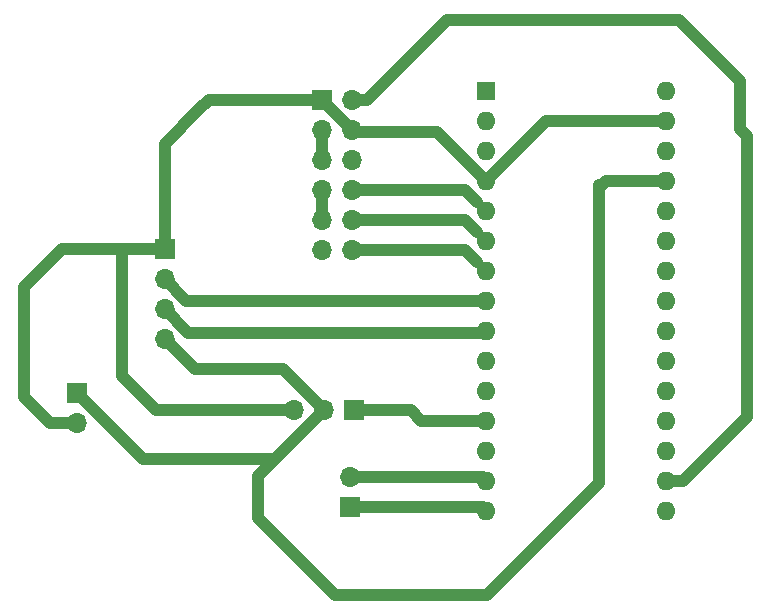
<source format=gbr>
%TF.GenerationSoftware,KiCad,Pcbnew,8.0.1*%
%TF.CreationDate,2024-06-23T19:51:28-03:00*%
%TF.ProjectId,DogFood,446f6746-6f6f-4642-9e6b-696361645f70,rev?*%
%TF.SameCoordinates,Original*%
%TF.FileFunction,Copper,L1,Top*%
%TF.FilePolarity,Positive*%
%FSLAX46Y46*%
G04 Gerber Fmt 4.6, Leading zero omitted, Abs format (unit mm)*
G04 Created by KiCad (PCBNEW 8.0.1) date 2024-06-23 19:51:28*
%MOMM*%
%LPD*%
G01*
G04 APERTURE LIST*
%TA.AperFunction,ComponentPad*%
%ADD10R,1.600000X1.600000*%
%TD*%
%TA.AperFunction,ComponentPad*%
%ADD11O,1.600000X1.600000*%
%TD*%
%TA.AperFunction,ComponentPad*%
%ADD12O,1.700000X1.700000*%
%TD*%
%TA.AperFunction,ComponentPad*%
%ADD13R,1.700000X1.700000*%
%TD*%
%TA.AperFunction,Conductor*%
%ADD14C,1.000000*%
%TD*%
G04 APERTURE END LIST*
D10*
%TO.P,A1,1,D1/TX*%
%TO.N,N/C*%
X101600000Y-71720000D03*
D11*
%TO.P,A1,2,D0/RX*%
%TO.N,unconnected-(A1-D0{slash}RX-Pad2)*%
X101600000Y-74260000D03*
%TO.P,A1,3,~{RESET}*%
%TO.N,unconnected-(A1-~{RESET}-Pad3)*%
X101600000Y-76800000D03*
%TO.P,A1,4,GND*%
%TO.N,Net-(J1-Pin_b2)*%
X101600000Y-79340000D03*
%TO.P,A1,5,D2*%
%TO.N,Net-(A1-D2)*%
X101600000Y-81880000D03*
%TO.P,A1,6,D3*%
%TO.N,Net-(A1-D3)*%
X101600000Y-84420000D03*
%TO.P,A1,7,D4*%
%TO.N,Net-(A1-D4)*%
X101600000Y-86960000D03*
%TO.P,A1,8,D5*%
%TO.N,Net-(A1-D5)*%
X101600000Y-89500000D03*
%TO.P,A1,9,D6*%
%TO.N,Net-(A1-D6)*%
X101600000Y-92040000D03*
%TO.P,A1,10,D7*%
%TO.N,unconnected-(A1-D7-Pad10)*%
X101600000Y-94580000D03*
%TO.P,A1,11,D8*%
%TO.N,unconnected-(A1-D8-Pad11)*%
X101600000Y-97120000D03*
%TO.P,A1,12,D9*%
%TO.N,Net-(A1-D9)*%
X101600000Y-99660000D03*
%TO.P,A1,13,D10*%
%TO.N,unconnected-(A1-D10-Pad13)*%
X101600000Y-102200000D03*
%TO.P,A1,14,D11*%
%TO.N,Net-(A1-D11)*%
X101600000Y-104740000D03*
%TO.P,A1,15,D12*%
%TO.N,Net-(A1-D12)*%
X101600000Y-107280000D03*
%TO.P,A1,16,D13*%
%TO.N,unconnected-(A1-D13-Pad16)*%
X116840000Y-107280000D03*
%TO.P,A1,17,3V3*%
%TO.N,Net-(A1-3V3)*%
X116840000Y-104740000D03*
%TO.P,A1,18,AREF*%
%TO.N,unconnected-(A1-AREF-Pad18)*%
X116840000Y-102200000D03*
%TO.P,A1,19,A0*%
%TO.N,unconnected-(A1-A0-Pad19)*%
X116840000Y-99660000D03*
%TO.P,A1,20,A1*%
%TO.N,unconnected-(A1-A1-Pad20)*%
X116840000Y-97120000D03*
%TO.P,A1,21,A2*%
%TO.N,unconnected-(A1-A2-Pad21)*%
X116840000Y-94580000D03*
%TO.P,A1,22,A3*%
%TO.N,unconnected-(A1-A3-Pad22)*%
X116840000Y-92040000D03*
%TO.P,A1,23,A4*%
%TO.N,unconnected-(A1-A4-Pad23)*%
X116840000Y-89500000D03*
%TO.P,A1,24,A5*%
%TO.N,unconnected-(A1-A5-Pad24)*%
X116840000Y-86960000D03*
%TO.P,A1,25,A6*%
%TO.N,unconnected-(A1-A6-Pad25)*%
X116840000Y-84420000D03*
%TO.P,A1,26,A7*%
%TO.N,unconnected-(A1-A7-Pad26)*%
X116840000Y-81880000D03*
%TO.P,A1,27,+5V*%
%TO.N,Net-(A1-+5V)*%
X116840000Y-79340000D03*
%TO.P,A1,28,~{RESET}*%
%TO.N,unconnected-(A1-~{RESET}-Pad28)*%
X116840000Y-76800000D03*
%TO.P,A1,29,GND*%
%TO.N,Net-(J1-Pin_b2)*%
X116840000Y-74260000D03*
%TO.P,A1,30,VIN*%
%TO.N,unconnected-(A1-VIN-Pad30)*%
X116840000Y-71720000D03*
%TD*%
D12*
%TO.P,J6,2,Pin_2*%
%TO.N,Net-(J1-Pin_b2)*%
X66954400Y-99867800D03*
D13*
%TO.P,J6,1,Pin_1*%
%TO.N,Net-(A1-+5V)*%
X66954400Y-97327800D03*
%TD*%
%TO.P,J5,1,Pin_1*%
%TO.N,Net-(A1-D12)*%
X90068400Y-106989800D03*
D12*
%TO.P,J5,2,Pin_2*%
%TO.N,Net-(A1-D11)*%
X90068400Y-104449800D03*
%TD*%
D13*
%TO.P,J4,1,Pin_1*%
%TO.N,Net-(A1-D9)*%
X90373200Y-98755200D03*
D12*
%TO.P,J4,2,Pin_2*%
%TO.N,Net-(A1-+5V)*%
X87833200Y-98755200D03*
%TO.P,J4,3,Pin_3*%
%TO.N,Net-(J1-Pin_b2)*%
X85293200Y-98755200D03*
%TD*%
%TO.P,J2,4,Pin_4*%
%TO.N,Net-(A1-+5V)*%
X74371200Y-92760800D03*
%TO.P,J2,3,Pin_3*%
%TO.N,Net-(A1-D6)*%
X74371200Y-90220800D03*
%TO.P,J2,2,Pin_2*%
%TO.N,Net-(A1-D5)*%
X74371200Y-87680800D03*
D13*
%TO.P,J2,1,Pin_1*%
%TO.N,Net-(J1-Pin_b2)*%
X74371200Y-85140800D03*
%TD*%
%TO.P,J1,1*%
%TO.N,Net-(J1-Pin_b2)*%
X87680800Y-72491600D03*
D12*
%TO.P,J1,2*%
%TO.N,Net-(A1-3V3)*%
X90220800Y-72491600D03*
%TO.P,J1,3*%
%TO.N,N/C*%
X87680800Y-75031600D03*
%TO.P,J1,4*%
%TO.N,Net-(J1-Pin_b2)*%
X90220800Y-75031600D03*
%TO.P,J1,5*%
%TO.N,N/C*%
X87680800Y-77571600D03*
%TO.P,J1,6*%
X90220800Y-77571600D03*
%TO.P,J1,7*%
X87680800Y-80111600D03*
%TO.P,J1,8*%
X90220800Y-80111600D03*
%TO.P,J1,9*%
X87680800Y-82651600D03*
%TO.P,J1,10*%
X90220800Y-82651600D03*
%TO.P,J1,11*%
X87680800Y-85191600D03*
%TO.P,J1,12*%
X90220800Y-85191600D03*
%TD*%
D14*
%TO.N,Net-(J1-Pin_b2)*%
X97444000Y-75184000D02*
X101600000Y-79340000D01*
X90373200Y-75184000D02*
X97444000Y-75184000D01*
X90220800Y-75031600D02*
X90373200Y-75184000D01*
%TO.N,Net-(A1-D6)*%
X101438000Y-92202000D02*
X101600000Y-92040000D01*
X76352400Y-92202000D02*
X101438000Y-92202000D01*
X74371200Y-90220800D02*
X76352400Y-92202000D01*
%TO.N,Net-(A1-+5V)*%
X76911200Y-95300800D02*
X74371200Y-92760800D01*
X84378800Y-95300800D02*
X76911200Y-95300800D01*
X87833200Y-98755200D02*
X84378800Y-95300800D01*
%TO.N,Net-(J1-Pin_b2)*%
X62484000Y-97688400D02*
X64663400Y-99867800D01*
X64663400Y-99867800D02*
X65024000Y-99867800D01*
X62484000Y-88341200D02*
X62484000Y-97688400D01*
X65684400Y-85140800D02*
X62484000Y-88341200D01*
X70916800Y-85140800D02*
X65684400Y-85140800D01*
%TO.N,Net-(A1-+5V)*%
X72496600Y-102870000D02*
X83718400Y-102870000D01*
X83718400Y-102870000D02*
X87833200Y-98755200D01*
X66954400Y-97327800D02*
X72496600Y-102870000D01*
%TO.N,Net-(J1-Pin_b2)*%
X66954400Y-99867800D02*
X65024000Y-99867800D01*
X65024000Y-99867800D02*
X64866600Y-99867800D01*
%TO.N,Net-(A1-3V3)*%
X118272000Y-104740000D02*
X116840000Y-104740000D01*
X123698000Y-75590400D02*
X123698000Y-99314000D01*
X98298000Y-65735200D02*
X117906800Y-65735200D01*
X117906800Y-65735200D02*
X123088400Y-70916800D01*
X91541600Y-72491600D02*
X98298000Y-65735200D01*
X123088400Y-74980800D02*
X123698000Y-75590400D01*
X123088400Y-70916800D02*
X123088400Y-74980800D01*
X123698000Y-99314000D02*
X118272000Y-104740000D01*
X90220800Y-72491600D02*
X91541600Y-72491600D01*
%TO.N,Net-(J1-Pin_b2)*%
X78130400Y-72491600D02*
X77317600Y-73304400D01*
X74371200Y-76250800D02*
X77317600Y-73304400D01*
X87680800Y-72491600D02*
X78130400Y-72491600D01*
X87680800Y-72491600D02*
X90220800Y-75031600D01*
X74371200Y-85140800D02*
X74371200Y-76250800D01*
X116840000Y-74260000D02*
X106680000Y-74260000D01*
X106680000Y-74260000D02*
X101600000Y-79340000D01*
%TO.N,Net-(A1-+5V)*%
X111769600Y-79340000D02*
X116840000Y-79340000D01*
X111150400Y-79705200D02*
X111404400Y-79705200D01*
X111150400Y-104952800D02*
X111150400Y-79705200D01*
X101650800Y-114452400D02*
X111150400Y-104952800D01*
X88798400Y-114452400D02*
X101650800Y-114452400D01*
X82245200Y-107899200D02*
X88798400Y-114452400D01*
X111404400Y-79705200D02*
X111769600Y-79340000D01*
X82245200Y-104343200D02*
X82245200Y-107899200D01*
X87833200Y-98755200D02*
X82245200Y-104343200D01*
%TO.N,Net-(J1-Pin_b2)*%
X73660000Y-98755200D02*
X85293200Y-98755200D01*
X70764400Y-95859600D02*
X73660000Y-98755200D01*
X70764400Y-85293200D02*
X70764400Y-95859600D01*
X70916800Y-85140800D02*
X70764400Y-85293200D01*
X74371200Y-85140800D02*
X70916800Y-85140800D01*
%TO.N,*%
X87680800Y-80111600D02*
X87680800Y-82651600D01*
X87680800Y-75031600D02*
X87680800Y-77571600D01*
%TO.N,Net-(A1-D9)*%
X95199200Y-98755200D02*
X96104000Y-99660000D01*
X90373200Y-98755200D02*
X95199200Y-98755200D01*
%TO.N,Net-(A1-D5)*%
X76190400Y-89500000D02*
X101600000Y-89500000D01*
X74371200Y-87680800D02*
X76190400Y-89500000D01*
%TO.N,Net-(A1-D4)*%
X99831600Y-85191600D02*
X100822183Y-86182183D01*
X90220800Y-85191600D02*
X99831600Y-85191600D01*
%TO.N,Net-(A1-D3)*%
X99831600Y-82651600D02*
X100822183Y-83642183D01*
X90220800Y-82651600D02*
X99831600Y-82651600D01*
%TO.N,Net-(A1-D2)*%
X99831600Y-80111600D02*
X100822183Y-81102183D01*
X90220800Y-80111600D02*
X99831600Y-80111600D01*
%TO.N,Net-(A1-D9)*%
X96104000Y-99660000D02*
X101600000Y-99660000D01*
%TO.N,Net-(A1-D12)*%
X101309800Y-106989800D02*
X101600000Y-107280000D01*
X90068400Y-106989800D02*
X101309800Y-106989800D01*
%TO.N,Net-(A1-D11)*%
X101309800Y-104449800D02*
X101600000Y-104740000D01*
X90068400Y-104449800D02*
X101309800Y-104449800D01*
%TD*%
M02*

</source>
